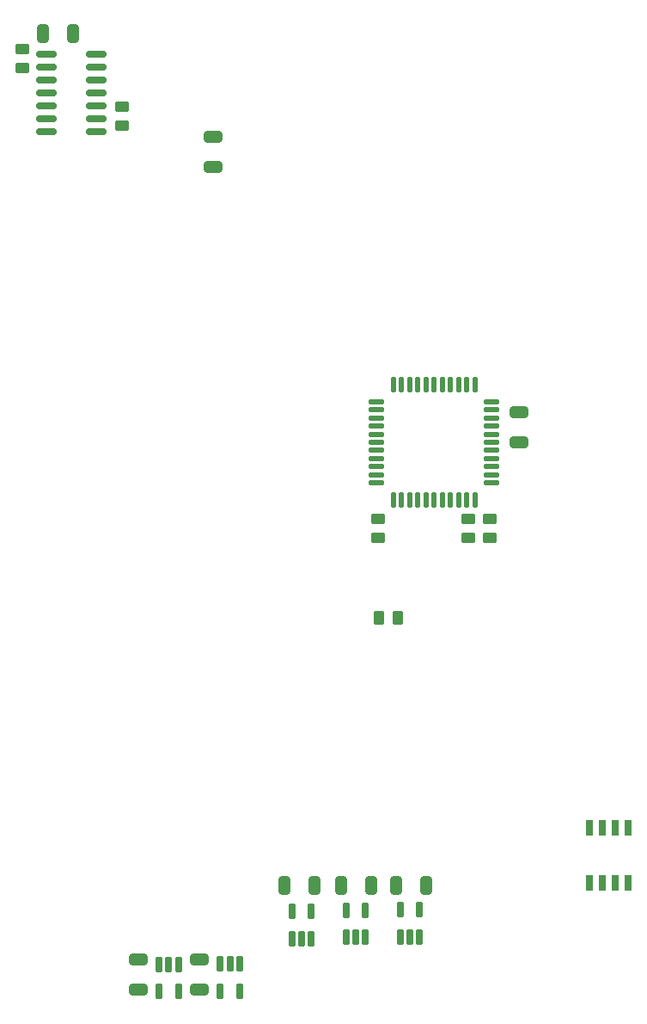
<source format=gbr>
%TF.GenerationSoftware,KiCad,Pcbnew,7.0.11-7.0.11~ubuntu22.04.1*%
%TF.CreationDate,2024-10-15T21:24:33-04:00*%
%TF.ProjectId,coleco_original,636f6c65-636f-45f6-9f72-6967696e616c,DEV*%
%TF.SameCoordinates,Original*%
%TF.FileFunction,Paste,Bot*%
%TF.FilePolarity,Positive*%
%FSLAX46Y46*%
G04 Gerber Fmt 4.6, Leading zero omitted, Abs format (unit mm)*
G04 Created by KiCad (PCBNEW 7.0.11-7.0.11~ubuntu22.04.1) date 2024-10-15 21:24:33*
%MOMM*%
%LPD*%
G01*
G04 APERTURE LIST*
G04 Aperture macros list*
%AMRoundRect*
0 Rectangle with rounded corners*
0 $1 Rounding radius*
0 $2 $3 $4 $5 $6 $7 $8 $9 X,Y pos of 4 corners*
0 Add a 4 corners polygon primitive as box body*
4,1,4,$2,$3,$4,$5,$6,$7,$8,$9,$2,$3,0*
0 Add four circle primitives for the rounded corners*
1,1,$1+$1,$2,$3*
1,1,$1+$1,$4,$5*
1,1,$1+$1,$6,$7*
1,1,$1+$1,$8,$9*
0 Add four rect primitives between the rounded corners*
20,1,$1+$1,$2,$3,$4,$5,0*
20,1,$1+$1,$4,$5,$6,$7,0*
20,1,$1+$1,$6,$7,$8,$9,0*
20,1,$1+$1,$8,$9,$2,$3,0*%
G04 Aperture macros list end*
%ADD10RoundRect,0.250000X0.650000X-0.325000X0.650000X0.325000X-0.650000X0.325000X-0.650000X-0.325000X0*%
%ADD11RoundRect,0.250000X0.325000X0.650000X-0.325000X0.650000X-0.325000X-0.650000X0.325000X-0.650000X0*%
%ADD12RoundRect,0.162500X-0.162500X0.617500X-0.162500X-0.617500X0.162500X-0.617500X0.162500X0.617500X0*%
%ADD13RoundRect,0.162500X0.162500X-0.617500X0.162500X0.617500X-0.162500X0.617500X-0.162500X-0.617500X0*%
%ADD14RoundRect,0.250000X-0.450000X0.262500X-0.450000X-0.262500X0.450000X-0.262500X0.450000X0.262500X0*%
%ADD15RoundRect,0.250000X-0.325000X-0.650000X0.325000X-0.650000X0.325000X0.650000X-0.325000X0.650000X0*%
%ADD16R,0.650000X1.525000*%
%ADD17RoundRect,0.250000X-0.650000X0.325000X-0.650000X-0.325000X0.650000X-0.325000X0.650000X0.325000X0*%
%ADD18RoundRect,0.150000X0.825000X0.150000X-0.825000X0.150000X-0.825000X-0.150000X0.825000X-0.150000X0*%
%ADD19RoundRect,0.250000X-0.262500X-0.450000X0.262500X-0.450000X0.262500X0.450000X-0.262500X0.450000X0*%
%ADD20RoundRect,0.137500X0.600000X0.137500X-0.600000X0.137500X-0.600000X-0.137500X0.600000X-0.137500X0*%
%ADD21RoundRect,0.137500X0.137500X0.600000X-0.137500X0.600000X-0.137500X-0.600000X0.137500X-0.600000X0*%
%ADD22RoundRect,0.250000X0.450000X-0.262500X0.450000X0.262500X-0.450000X0.262500X-0.450000X-0.262500X0*%
G04 APERTURE END LIST*
D10*
%TO.C,C35*%
X90728800Y-183452600D03*
X90728800Y-180502600D03*
%TD*%
%TO.C,C34*%
X84759800Y-183452600D03*
X84759800Y-180502600D03*
%TD*%
D11*
%TO.C,C33*%
X113120540Y-173214600D03*
X110170540Y-173214600D03*
%TD*%
%TO.C,C32*%
X107659540Y-173214600D03*
X104709540Y-173214600D03*
%TD*%
%TO.C,C31*%
X102120540Y-173214600D03*
X99170540Y-173214600D03*
%TD*%
D12*
%TO.C,U16*%
X86796800Y-180961600D03*
X87746800Y-180961600D03*
X88696800Y-180961600D03*
X88696800Y-183661600D03*
X86796800Y-183661600D03*
%TD*%
D13*
%TO.C,U15*%
X101788540Y-178454600D03*
X100838540Y-178454600D03*
X99888540Y-178454600D03*
X99888540Y-175754600D03*
X101788540Y-175754600D03*
%TD*%
D12*
%TO.C,U14*%
X92826800Y-183628600D03*
X94726800Y-183628600D03*
X94726800Y-180928600D03*
X93776800Y-180928600D03*
X92826800Y-180928600D03*
%TD*%
D13*
%TO.C,U13*%
X107122540Y-178327600D03*
X106172540Y-178327600D03*
X105222540Y-178327600D03*
X105222540Y-175627600D03*
X107122540Y-175627600D03*
%TD*%
%TO.C,U12*%
X112451540Y-178247600D03*
X111501540Y-178247600D03*
X110551540Y-178247600D03*
X110551540Y-175547600D03*
X112451540Y-175547600D03*
%TD*%
D14*
%TO.C,R20*%
X73329800Y-90918600D03*
X73329800Y-92743600D03*
%TD*%
D15*
%TO.C,C22*%
X75361800Y-89394600D03*
X78311800Y-89394600D03*
%TD*%
D16*
%TO.C,U1*%
X129219250Y-167545400D03*
X130489250Y-167545400D03*
X131759250Y-167545400D03*
X133029250Y-167545400D03*
X133029250Y-172969400D03*
X131759250Y-172969400D03*
X130489250Y-172969400D03*
X129219250Y-172969400D03*
%TD*%
D14*
%TO.C,R21*%
X83108800Y-96610100D03*
X83108800Y-98435100D03*
%TD*%
D17*
%TO.C,C17*%
X92125800Y-99525600D03*
X92125800Y-102475600D03*
%TD*%
D18*
%TO.C,U10*%
X80630800Y-91426600D03*
X80630800Y-92696600D03*
X80630800Y-93966600D03*
X80630800Y-95236600D03*
X80630800Y-96506600D03*
X80630800Y-97776600D03*
X80630800Y-99046600D03*
X75680800Y-99046600D03*
X75680800Y-97776600D03*
X75680800Y-96506600D03*
X75680800Y-95236600D03*
X75680800Y-93966600D03*
X75680800Y-92696600D03*
X75680800Y-91426600D03*
%TD*%
D19*
%TO.C,R13*%
X108485300Y-146874800D03*
X110310300Y-146874800D03*
%TD*%
D20*
%TO.C,U3*%
X119554400Y-125604500D03*
X119554400Y-126404500D03*
X119554400Y-127204500D03*
X119554400Y-128004500D03*
X119554400Y-128804500D03*
X119554400Y-129604500D03*
X119554400Y-130404500D03*
X119554400Y-131204500D03*
X119554400Y-132004500D03*
X119554400Y-132804500D03*
X119554400Y-133604500D03*
D21*
X117891900Y-135267000D03*
X117091900Y-135267000D03*
X116291900Y-135267000D03*
X115491900Y-135267000D03*
X114691900Y-135267000D03*
X113891900Y-135267000D03*
X113091900Y-135267000D03*
X112291900Y-135267000D03*
X111491900Y-135267000D03*
X110691900Y-135267000D03*
X109891900Y-135267000D03*
D20*
X108229400Y-133604500D03*
X108229400Y-132804500D03*
X108229400Y-132004500D03*
X108229400Y-131204500D03*
X108229400Y-130404500D03*
X108229400Y-129604500D03*
X108229400Y-128804500D03*
X108229400Y-128004500D03*
X108229400Y-127204500D03*
X108229400Y-126404500D03*
X108229400Y-125604500D03*
D21*
X109891900Y-123942000D03*
X110691900Y-123942000D03*
X111491900Y-123942000D03*
X112291900Y-123942000D03*
X113091900Y-123942000D03*
X113891900Y-123942000D03*
X114691900Y-123942000D03*
X115491900Y-123942000D03*
X116291900Y-123942000D03*
X117091900Y-123942000D03*
X117891900Y-123942000D03*
%TD*%
D14*
%TO.C,R9*%
X119354600Y-137137400D03*
X119354600Y-138962400D03*
%TD*%
%TO.C,R7*%
X117221000Y-137162800D03*
X117221000Y-138987800D03*
%TD*%
D10*
%TO.C,C9*%
X122224800Y-129568100D03*
X122224800Y-126618100D03*
%TD*%
D22*
%TO.C,R8*%
X108331000Y-138962400D03*
X108331000Y-137137400D03*
%TD*%
M02*

</source>
